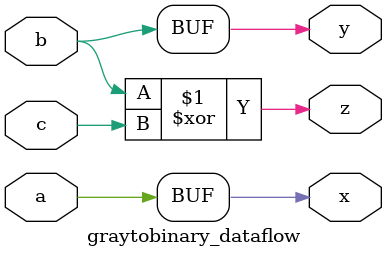
<source format=v>
`timescale 1ns / 1ps


module graytobinary_dataflow(a,b,c,x,y,z);
input a,b,c;
output x,y,z;

assign x=a;
assign y=b;
assign z=b^c;

endmodule

</source>
